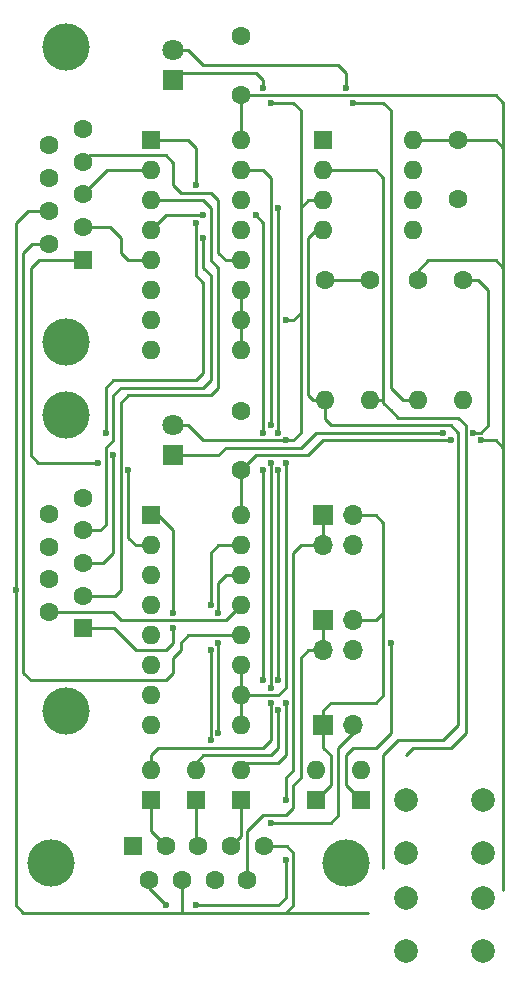
<source format=gtl>
G04 #@! TF.FileFunction,Copper,L1,Top,Signal*
%FSLAX46Y46*%
G04 Gerber Fmt 4.6, Leading zero omitted, Abs format (unit mm)*
G04 Created by KiCad (PCBNEW 4.0.7) date 07/30/19 23:57:16*
%MOMM*%
%LPD*%
G01*
G04 APERTURE LIST*
%ADD10C,0.100000*%
%ADD11R,1.800000X1.800000*%
%ADD12C,1.800000*%
%ADD13R,1.600000X1.600000*%
%ADD14C,1.600000*%
%ADD15C,4.000000*%
%ADD16R,1.700000X1.700000*%
%ADD17O,1.700000X1.700000*%
%ADD18O,1.600000X1.600000*%
%ADD19C,2.000000*%
%ADD20C,0.600000*%
%ADD21C,0.250000*%
G04 APERTURE END LIST*
D10*
D11*
X113665000Y-41275000D03*
D12*
X113665000Y-38735000D03*
D11*
X113665000Y-73025000D03*
D12*
X113665000Y-70485000D03*
D13*
X106000000Y-87700000D03*
D14*
X106000000Y-84930000D03*
X106000000Y-82160000D03*
X106000000Y-79390000D03*
X106000000Y-76620000D03*
X103160000Y-86315000D03*
X103160000Y-83545000D03*
X103160000Y-80775000D03*
X103160000Y-78005000D03*
D15*
X104580000Y-69660000D03*
X104580000Y-94660000D03*
D13*
X106000000Y-56500000D03*
D14*
X106000000Y-53730000D03*
X106000000Y-50960000D03*
X106000000Y-48190000D03*
X106000000Y-45420000D03*
X103160000Y-55115000D03*
X103160000Y-52345000D03*
X103160000Y-49575000D03*
X103160000Y-46805000D03*
D15*
X104580000Y-38460000D03*
X104580000Y-63460000D03*
D13*
X110236000Y-106140000D03*
D14*
X113006000Y-106140000D03*
X115776000Y-106140000D03*
X118546000Y-106140000D03*
X121316000Y-106140000D03*
X111621000Y-108980000D03*
X114391000Y-108980000D03*
X117161000Y-108980000D03*
X119931000Y-108980000D03*
D15*
X103276000Y-107560000D03*
X128276000Y-107560000D03*
D16*
X126365000Y-86995000D03*
D17*
X128905000Y-86995000D03*
X126365000Y-89535000D03*
X128905000Y-89535000D03*
D16*
X126365000Y-78105000D03*
D17*
X128905000Y-78105000D03*
X126365000Y-80645000D03*
X128905000Y-80645000D03*
D16*
X126365000Y-95885000D03*
D17*
X128905000Y-95885000D03*
D14*
X126492000Y-58166000D03*
D18*
X126492000Y-68326000D03*
D14*
X130302000Y-58166000D03*
D18*
X130302000Y-68326000D03*
D14*
X134366000Y-58166000D03*
D18*
X134366000Y-68326000D03*
D14*
X138176000Y-58166000D03*
D18*
X138176000Y-68326000D03*
D19*
X133350000Y-114990000D03*
X133350000Y-110490000D03*
X139850000Y-114990000D03*
X139850000Y-110490000D03*
X133350000Y-106735000D03*
X133350000Y-102235000D03*
X139850000Y-106735000D03*
X139850000Y-102235000D03*
D13*
X111760000Y-46355000D03*
D18*
X119380000Y-64135000D03*
X111760000Y-48895000D03*
X119380000Y-61595000D03*
X111760000Y-51435000D03*
X119380000Y-59055000D03*
X111760000Y-53975000D03*
X119380000Y-56515000D03*
X111760000Y-56515000D03*
X119380000Y-53975000D03*
X111760000Y-59055000D03*
X119380000Y-51435000D03*
X111760000Y-61595000D03*
X119380000Y-48895000D03*
X111760000Y-64135000D03*
X119380000Y-46355000D03*
D13*
X111760000Y-78105000D03*
D18*
X119380000Y-95885000D03*
X111760000Y-80645000D03*
X119380000Y-93345000D03*
X111760000Y-83185000D03*
X119380000Y-90805000D03*
X111760000Y-85725000D03*
X119380000Y-88265000D03*
X111760000Y-88265000D03*
X119380000Y-85725000D03*
X111760000Y-90805000D03*
X119380000Y-83185000D03*
X111760000Y-93345000D03*
X119380000Y-80645000D03*
X111760000Y-95885000D03*
X119380000Y-78105000D03*
D13*
X126365000Y-46355000D03*
D18*
X133985000Y-53975000D03*
X126365000Y-48895000D03*
X133985000Y-51435000D03*
X126365000Y-51435000D03*
X133985000Y-48895000D03*
X126365000Y-53975000D03*
X133985000Y-46355000D03*
D14*
X119380000Y-42545000D03*
X119380000Y-37545000D03*
X119380000Y-74295000D03*
X119380000Y-69295000D03*
X137795000Y-46355000D03*
X137795000Y-51355000D03*
D13*
X119380000Y-102235000D03*
D18*
X119380000Y-99695000D03*
D13*
X115570000Y-102235000D03*
D18*
X115570000Y-99695000D03*
D13*
X111760000Y-102235000D03*
D18*
X111760000Y-99695000D03*
D13*
X129540000Y-102235000D03*
D18*
X129540000Y-99695000D03*
D13*
X125730000Y-102235000D03*
D18*
X125730000Y-99695000D03*
D20*
X123190000Y-61595000D03*
X123190000Y-71755000D03*
X123190000Y-73660000D03*
X121285000Y-41910000D03*
X121920000Y-43180000D03*
X128905000Y-43180000D03*
X128270000Y-41910000D03*
X139065000Y-71120000D03*
X136525000Y-71120000D03*
X113665000Y-86360000D03*
X113665000Y-87630000D03*
X107950000Y-71120000D03*
X108585000Y-73025000D03*
X115570000Y-50165000D03*
X115570000Y-53340000D03*
X116205000Y-54610000D03*
X139700000Y-71755000D03*
X137160000Y-71755000D03*
X100330000Y-84455000D03*
X109855000Y-74295000D03*
X107315000Y-73660000D03*
X121920000Y-104140000D03*
X121920000Y-93980000D03*
X121285000Y-92075000D03*
X116205000Y-52705000D03*
X120650000Y-52705000D03*
X121285000Y-71120000D03*
X121285000Y-74295000D03*
X122555000Y-94615000D03*
X121920000Y-92710000D03*
X121920000Y-73660000D03*
X121920000Y-70485000D03*
X123190000Y-93980000D03*
X122555000Y-92075000D03*
X122555000Y-52070000D03*
X122555000Y-71120000D03*
X122555000Y-74295000D03*
X113030000Y-111125000D03*
X115570000Y-111125000D03*
X123190000Y-107315000D03*
X123190000Y-102235000D03*
X116840000Y-85725000D03*
X116840000Y-89535000D03*
X116840000Y-97155000D03*
X117475000Y-96520000D03*
X117475000Y-86360000D03*
X117475000Y-88900000D03*
X132080000Y-88900000D03*
D21*
X123825000Y-61595000D02*
X124460000Y-60960000D01*
X123190000Y-61595000D02*
X123825000Y-61595000D01*
X123190000Y-71755000D02*
X123825000Y-71755000D01*
X124460000Y-60960000D02*
X124460000Y-70485000D01*
X123825000Y-71755000D02*
X124460000Y-71120000D01*
X124460000Y-71120000D02*
X124460000Y-70485000D01*
X123190000Y-83820000D02*
X123190000Y-73660000D01*
X123190000Y-83820000D02*
X123190000Y-90170000D01*
X122555000Y-93345000D02*
X123190000Y-92710000D01*
X123190000Y-92710000D02*
X123190000Y-90170000D01*
X119380000Y-93345000D02*
X122555000Y-93345000D01*
X113665000Y-70485000D02*
X114935000Y-70485000D01*
X114935000Y-70485000D02*
X116205000Y-71755000D01*
X116205000Y-71755000D02*
X123190000Y-71755000D01*
X124460000Y-52070000D02*
X124460000Y-43815000D01*
X120650000Y-40640000D02*
X114300000Y-40640000D01*
X121285000Y-41275000D02*
X120650000Y-40640000D01*
X121285000Y-41910000D02*
X121285000Y-41275000D01*
X123825000Y-43180000D02*
X121920000Y-43180000D01*
X124460000Y-43815000D02*
X123825000Y-43180000D01*
X114300000Y-40640000D02*
X113665000Y-41275000D01*
X124460000Y-58420000D02*
X124460000Y-60960000D01*
X124460000Y-52070000D02*
X124460000Y-58420000D01*
X126365000Y-51435000D02*
X125095000Y-51435000D01*
X125095000Y-51435000D02*
X124460000Y-52070000D01*
X119380000Y-93345000D02*
X119380000Y-95885000D01*
X119380000Y-90805000D02*
X119380000Y-93345000D01*
X119380000Y-61595000D02*
X119380000Y-64135000D01*
X119380000Y-59055000D02*
X119380000Y-61595000D01*
X121285000Y-40005000D02*
X127635000Y-40005000D01*
X128270000Y-40640000D02*
X128270000Y-41910000D01*
X127635000Y-40005000D02*
X128270000Y-40640000D01*
X134366000Y-68326000D02*
X133096000Y-68326000D01*
X132080000Y-43815000D02*
X131445000Y-43180000D01*
X132080000Y-67310000D02*
X132080000Y-43815000D01*
X133096000Y-68326000D02*
X132080000Y-67310000D01*
X120015000Y-40005000D02*
X121285000Y-40005000D01*
X114935000Y-38735000D02*
X115570000Y-39370000D01*
X115570000Y-39370000D02*
X116205000Y-40005000D01*
X116205000Y-40005000D02*
X120015000Y-40005000D01*
X114935000Y-38735000D02*
X113665000Y-38735000D01*
X128905000Y-43180000D02*
X131445000Y-43180000D01*
X124460000Y-72390000D02*
X125730000Y-71120000D01*
X139700000Y-71120000D02*
X140335000Y-70485000D01*
X139065000Y-71120000D02*
X139700000Y-71120000D01*
X125730000Y-71120000D02*
X136525000Y-71120000D01*
X138176000Y-58166000D02*
X139446000Y-58166000D01*
X117475000Y-73025000D02*
X118110000Y-72390000D01*
X118110000Y-72390000D02*
X120650000Y-72390000D01*
X120650000Y-72390000D02*
X124460000Y-72390000D01*
X140335000Y-70485000D02*
X140335000Y-59055000D01*
X117475000Y-73025000D02*
X113665000Y-73025000D01*
X139446000Y-58166000D02*
X140335000Y-59055000D01*
X106000000Y-87700000D02*
X108655000Y-87700000D01*
X113665000Y-79375000D02*
X112395000Y-78105000D01*
X113665000Y-86360000D02*
X113665000Y-79375000D01*
X113665000Y-88900000D02*
X113665000Y-87630000D01*
X113030000Y-89535000D02*
X113665000Y-88900000D01*
X110490000Y-89535000D02*
X113030000Y-89535000D01*
X108655000Y-87700000D02*
X110490000Y-89535000D01*
X112395000Y-78105000D02*
X111760000Y-78105000D01*
X109220000Y-73025000D02*
X109220000Y-74930000D01*
X116840000Y-52070000D02*
X116205000Y-51435000D01*
X111760000Y-51435000D02*
X116205000Y-51435000D01*
X117475000Y-64135000D02*
X117475000Y-57150000D01*
X109220000Y-73025000D02*
X109220000Y-68580000D01*
X109220000Y-68580000D02*
X109855000Y-67945000D01*
X109855000Y-67945000D02*
X116840000Y-67945000D01*
X116840000Y-67945000D02*
X117475000Y-67310000D01*
X117475000Y-67310000D02*
X117475000Y-64135000D01*
X108745000Y-84930000D02*
X106000000Y-84930000D01*
X109220000Y-84455000D02*
X109220000Y-74930000D01*
X108745000Y-84930000D02*
X109220000Y-84455000D01*
X116840000Y-56515000D02*
X116840000Y-53975000D01*
X117475000Y-57150000D02*
X116840000Y-56515000D01*
X116840000Y-53975000D02*
X116840000Y-52070000D01*
X107950000Y-71120000D02*
X107950000Y-67310000D01*
X106000000Y-82160000D02*
X107705000Y-82160000D01*
X108585000Y-81280000D02*
X108585000Y-73025000D01*
X107705000Y-82160000D02*
X108585000Y-81280000D01*
X114935000Y-46355000D02*
X115570000Y-46990000D01*
X115570000Y-46990000D02*
X115570000Y-50165000D01*
X115570000Y-53340000D02*
X115570000Y-56515000D01*
X115570000Y-56515000D02*
X115570000Y-57785000D01*
X115570000Y-57785000D02*
X116205000Y-58420000D01*
X116205000Y-58420000D02*
X116205000Y-66040000D01*
X116205000Y-66040000D02*
X115570000Y-66675000D01*
X115570000Y-66675000D02*
X108585000Y-66675000D01*
X108585000Y-66675000D02*
X107950000Y-67310000D01*
X114935000Y-46355000D02*
X111760000Y-46355000D01*
X107950000Y-74930000D02*
X107950000Y-72390000D01*
X107950000Y-72390000D02*
X108585000Y-71755000D01*
X108585000Y-71755000D02*
X108585000Y-67945000D01*
X108585000Y-67945000D02*
X109220000Y-67310000D01*
X109220000Y-67310000D02*
X110490000Y-67310000D01*
X116205000Y-67310000D02*
X110490000Y-67310000D01*
X116840000Y-66675000D02*
X116205000Y-67310000D01*
X116840000Y-66040000D02*
X116840000Y-66675000D01*
X116840000Y-57785000D02*
X116840000Y-66040000D01*
X116205000Y-57150000D02*
X116840000Y-57785000D01*
X116205000Y-54610000D02*
X116205000Y-57150000D01*
X107484998Y-79390000D02*
X106000000Y-79390000D01*
X107950000Y-78924998D02*
X107950000Y-74930000D01*
X107484998Y-79390000D02*
X107950000Y-78924998D01*
X103160000Y-86315000D02*
X108540000Y-86315000D01*
X118110000Y-86995000D02*
X119380000Y-85725000D01*
X109220000Y-86995000D02*
X118110000Y-86995000D01*
X108540000Y-86315000D02*
X109220000Y-86995000D01*
X125730000Y-111760000D02*
X130175000Y-111760000D01*
X123825000Y-111125000D02*
X123190000Y-111760000D01*
X121316000Y-106140000D02*
X123285000Y-106140000D01*
X123825000Y-106680000D02*
X123825000Y-111125000D01*
X123285000Y-106140000D02*
X123825000Y-106680000D01*
X114391000Y-108980000D02*
X114391000Y-111760000D01*
X114391000Y-111760000D02*
X114300000Y-111760000D01*
X100330000Y-110490000D02*
X100330000Y-111125000D01*
X100330000Y-110490000D02*
X100330000Y-108585000D01*
X100330000Y-84455000D02*
X100330000Y-108585000D01*
X141605000Y-73660000D02*
X141605000Y-72390000D01*
X141605000Y-73660000D02*
X141605000Y-74930000D01*
X141605000Y-74930000D02*
X141605000Y-109855000D01*
X100965000Y-111760000D02*
X114300000Y-111760000D01*
X114300000Y-111760000D02*
X123190000Y-111760000D01*
X123190000Y-111760000D02*
X123825000Y-111760000D01*
X123825000Y-111760000D02*
X125730000Y-111760000D01*
X100330000Y-111125000D02*
X100965000Y-111760000D01*
X141605000Y-72390000D02*
X140970000Y-71755000D01*
X140970000Y-71755000D02*
X139700000Y-71755000D01*
X137160000Y-71755000D02*
X126365000Y-71755000D01*
X126365000Y-71755000D02*
X125095000Y-73025000D01*
X125095000Y-73025000D02*
X123825000Y-73025000D01*
X120650000Y-73025000D02*
X119380000Y-74295000D01*
X123825000Y-73025000D02*
X120650000Y-73025000D01*
X126492000Y-58166000D02*
X130302000Y-58166000D01*
X100330000Y-84455000D02*
X100330000Y-82550000D01*
X103160000Y-52345000D02*
X101325000Y-52345000D01*
X101325000Y-52345000D02*
X100330000Y-53340000D01*
X100330000Y-53340000D02*
X100330000Y-53975000D01*
X100330000Y-82550000D02*
X100330000Y-53975000D01*
X141605000Y-46990000D02*
X141605000Y-43180000D01*
X137160000Y-42545000D02*
X119380000Y-42545000D01*
X140970000Y-42545000D02*
X137160000Y-42545000D01*
X141605000Y-43180000D02*
X140970000Y-42545000D01*
X141605000Y-57150000D02*
X141605000Y-46990000D01*
X140970000Y-46355000D02*
X137795000Y-46355000D01*
X141605000Y-46990000D02*
X140970000Y-46355000D01*
X134366000Y-58166000D02*
X134366000Y-57404000D01*
X134366000Y-57404000D02*
X135255000Y-56515000D01*
X141605000Y-57150000D02*
X140970000Y-56515000D01*
X140970000Y-56515000D02*
X137160000Y-56515000D01*
X141605000Y-66675000D02*
X141605000Y-72390000D01*
X141605000Y-66675000D02*
X141605000Y-57150000D01*
X135255000Y-56515000D02*
X137160000Y-56515000D01*
X119380000Y-74295000D02*
X119380000Y-78105000D01*
X133985000Y-46355000D02*
X137795000Y-46355000D01*
X119380000Y-42545000D02*
X119380000Y-46355000D01*
X101600000Y-73025000D02*
X102235000Y-73660000D01*
X102235000Y-73660000D02*
X107315000Y-73660000D01*
X109855000Y-74295000D02*
X109855000Y-80010000D01*
X109855000Y-80010000D02*
X110490000Y-80645000D01*
X111760000Y-80645000D02*
X110490000Y-80645000D01*
X102250000Y-56500000D02*
X106000000Y-56500000D01*
X101600000Y-57150000D02*
X101600000Y-60325000D01*
X102250000Y-56500000D02*
X101600000Y-57150000D01*
X101600000Y-60325000D02*
X101600000Y-73025000D01*
X106000000Y-53730000D02*
X108340000Y-53730000D01*
X109855000Y-56515000D02*
X111760000Y-56515000D01*
X109220000Y-55880000D02*
X109855000Y-56515000D01*
X109220000Y-54610000D02*
X109220000Y-55880000D01*
X108340000Y-53730000D02*
X109220000Y-54610000D01*
X111760000Y-48895000D02*
X108065000Y-48895000D01*
X108065000Y-48895000D02*
X106000000Y-50960000D01*
X117475000Y-51435000D02*
X116840000Y-50800000D01*
X113665000Y-48260000D02*
X113030000Y-47625000D01*
X113665000Y-50165000D02*
X113665000Y-48260000D01*
X114300000Y-50800000D02*
X113665000Y-50165000D01*
X116840000Y-50800000D02*
X114300000Y-50800000D01*
X106565000Y-47625000D02*
X109855000Y-47625000D01*
X118110000Y-56515000D02*
X117475000Y-55880000D01*
X117475000Y-55880000D02*
X117475000Y-51435000D01*
X113030000Y-47625000D02*
X109855000Y-47625000D01*
X118110000Y-56515000D02*
X119380000Y-56515000D01*
X106565000Y-47625000D02*
X106000000Y-48190000D01*
X100965000Y-85090000D02*
X100965000Y-82550000D01*
X100965000Y-85090000D02*
X100965000Y-90170000D01*
X100965000Y-90170000D02*
X100965000Y-91440000D01*
X100965000Y-91440000D02*
X101600000Y-92075000D01*
X101600000Y-92075000D02*
X113030000Y-92075000D01*
X103160000Y-55115000D02*
X101730000Y-55115000D01*
X100965000Y-55880000D02*
X100965000Y-61595000D01*
X101730000Y-55115000D02*
X100965000Y-55880000D01*
X100965000Y-61595000D02*
X100965000Y-82550000D01*
X114935000Y-88265000D02*
X114300000Y-88900000D01*
X114300000Y-88900000D02*
X114300000Y-89535000D01*
X114300000Y-89535000D02*
X113665000Y-90170000D01*
X113665000Y-90170000D02*
X113665000Y-91440000D01*
X113665000Y-91440000D02*
X113030000Y-92075000D01*
X114935000Y-88265000D02*
X119380000Y-88265000D01*
X119380000Y-88265000D02*
X118745000Y-88265000D01*
X127000000Y-104140000D02*
X127635000Y-103505000D01*
X121920000Y-104140000D02*
X127000000Y-104140000D01*
X128905000Y-95885000D02*
X128905000Y-96520000D01*
X128905000Y-96520000D02*
X127635000Y-97790000D01*
X127635000Y-97790000D02*
X127635000Y-103505000D01*
X121920000Y-93980000D02*
X121920000Y-97155000D01*
X121285000Y-84455000D02*
X121285000Y-74295000D01*
X111760000Y-53975000D02*
X113030000Y-52705000D01*
X121285000Y-67945000D02*
X121285000Y-62865000D01*
X121285000Y-53340000D02*
X120650000Y-52705000D01*
X121285000Y-60325000D02*
X121285000Y-53340000D01*
X121285000Y-71120000D02*
X121285000Y-67945000D01*
X121285000Y-92075000D02*
X121285000Y-84455000D01*
X116205000Y-52705000D02*
X113030000Y-52705000D01*
X121285000Y-62865000D02*
X121285000Y-60325000D01*
X111760000Y-98425000D02*
X111760000Y-99695000D01*
X112395000Y-97790000D02*
X111760000Y-98425000D01*
X121285000Y-97790000D02*
X112395000Y-97790000D01*
X121920000Y-97155000D02*
X121285000Y-97790000D01*
X121920000Y-98425000D02*
X122555000Y-97790000D01*
X121920000Y-92710000D02*
X121920000Y-83820000D01*
X121920000Y-83820000D02*
X121920000Y-73660000D01*
X121920000Y-60960000D02*
X121920000Y-49530000D01*
X121920000Y-49530000D02*
X121285000Y-48895000D01*
X119380000Y-48895000D02*
X121285000Y-48895000D01*
X121920000Y-70485000D02*
X121920000Y-62230000D01*
X121920000Y-60960000D02*
X121920000Y-62230000D01*
X116205000Y-98425000D02*
X121920000Y-98425000D01*
X116205000Y-98425000D02*
X115570000Y-99060000D01*
X122555000Y-97790000D02*
X122555000Y-94615000D01*
X115570000Y-99695000D02*
X115570000Y-99060000D01*
X119380000Y-99695000D02*
X120015000Y-99060000D01*
X122555000Y-99060000D02*
X123190000Y-98425000D01*
X120015000Y-99060000D02*
X122555000Y-99060000D01*
X123190000Y-98425000D02*
X123190000Y-93980000D01*
X122555000Y-92075000D02*
X122555000Y-84455000D01*
X122555000Y-84455000D02*
X122555000Y-74295000D01*
X122555000Y-60325000D02*
X122555000Y-52070000D01*
X122555000Y-71120000D02*
X122555000Y-62865000D01*
X122555000Y-62865000D02*
X122555000Y-60325000D01*
X111621000Y-108980000D02*
X111621000Y-109716000D01*
X111621000Y-109716000D02*
X113030000Y-111125000D01*
X123825000Y-99695000D02*
X123190000Y-100330000D01*
X123825000Y-85090000D02*
X123825000Y-99060000D01*
X123825000Y-99060000D02*
X123825000Y-99695000D01*
X124460000Y-80645000D02*
X123825000Y-81280000D01*
X123825000Y-81280000D02*
X123825000Y-85090000D01*
X126365000Y-80645000D02*
X124460000Y-80645000D01*
X122555000Y-111125000D02*
X115570000Y-111125000D01*
X123190000Y-110490000D02*
X122555000Y-111125000D01*
X123190000Y-107315000D02*
X123190000Y-110490000D01*
X123190000Y-100330000D02*
X123190000Y-102235000D01*
X126365000Y-80645000D02*
X126365000Y-79375000D01*
X126365000Y-79375000D02*
X126365000Y-78105000D01*
X123825000Y-100965000D02*
X123825000Y-102870000D01*
X123190000Y-103505000D02*
X121285000Y-103505000D01*
X123825000Y-102870000D02*
X123190000Y-103505000D01*
X123825000Y-100965000D02*
X124460000Y-100330000D01*
X119931000Y-104859000D02*
X121285000Y-103505000D01*
X119931000Y-108980000D02*
X119931000Y-104859000D01*
X124460000Y-100330000D02*
X124460000Y-90170000D01*
X126365000Y-89535000D02*
X125095000Y-89535000D01*
X124460000Y-90170000D02*
X125095000Y-89535000D01*
X126365000Y-86995000D02*
X126365000Y-89535000D01*
X117475000Y-80645000D02*
X119380000Y-80645000D01*
X116840000Y-81280000D02*
X117475000Y-80645000D01*
X116840000Y-85725000D02*
X116840000Y-81280000D01*
X116840000Y-97155000D02*
X116840000Y-89535000D01*
X117475000Y-96520000D02*
X117475000Y-88900000D01*
X118110000Y-83185000D02*
X119380000Y-83185000D01*
X117475000Y-83820000D02*
X118110000Y-83185000D01*
X117475000Y-86360000D02*
X117475000Y-83820000D01*
X125095000Y-66675000D02*
X125095000Y-67945000D01*
X125476000Y-68326000D02*
X126492000Y-68326000D01*
X125095000Y-67945000D02*
X125476000Y-68326000D01*
X137795000Y-73025000D02*
X137795000Y-75565000D01*
X126492000Y-69977000D02*
X126492000Y-68326000D01*
X137795000Y-95885000D02*
X137795000Y-80010000D01*
X136525000Y-97155000D02*
X137795000Y-95885000D01*
X132715000Y-97155000D02*
X136525000Y-97155000D01*
X137795000Y-75565000D02*
X137795000Y-80010000D01*
X126492000Y-69977000D02*
X127000000Y-70485000D01*
X127000000Y-70485000D02*
X137160000Y-70485000D01*
X137160000Y-70485000D02*
X137795000Y-71120000D01*
X137795000Y-71120000D02*
X137795000Y-73025000D01*
X125730000Y-53975000D02*
X125095000Y-54610000D01*
X125095000Y-54610000D02*
X125095000Y-66675000D01*
X126365000Y-53975000D02*
X125730000Y-53975000D01*
X131445000Y-98425000D02*
X132715000Y-97155000D01*
X131445000Y-107950000D02*
X131445000Y-98425000D01*
X138430000Y-74930000D02*
X138430000Y-73660000D01*
X138430000Y-96520000D02*
X138430000Y-93980000D01*
X137160000Y-97790000D02*
X138430000Y-96520000D01*
X133985000Y-97790000D02*
X137160000Y-97790000D01*
X133350000Y-98425000D02*
X133985000Y-97790000D01*
X138430000Y-74930000D02*
X138430000Y-93980000D01*
X130302000Y-68326000D02*
X131445000Y-68326000D01*
X131445000Y-68326000D02*
X131445000Y-67945000D01*
X130810000Y-48895000D02*
X131445000Y-49530000D01*
X131445000Y-49530000D02*
X131445000Y-67945000D01*
X131445000Y-67945000D02*
X131445000Y-68580000D01*
X132715000Y-69850000D02*
X137795000Y-69850000D01*
X137795000Y-69850000D02*
X138430000Y-70485000D01*
X138430000Y-70485000D02*
X138430000Y-71120000D01*
X138430000Y-73660000D02*
X138430000Y-71120000D01*
X132715000Y-69850000D02*
X132080000Y-69215000D01*
X130810000Y-48895000D02*
X126365000Y-48895000D01*
X131445000Y-68580000D02*
X132080000Y-69215000D01*
X119380000Y-102235000D02*
X119380000Y-105306000D01*
X119380000Y-105306000D02*
X118546000Y-106140000D01*
X115570000Y-102235000D02*
X115570000Y-105934000D01*
X115570000Y-105934000D02*
X115776000Y-106140000D01*
X111760000Y-102235000D02*
X111760000Y-104894000D01*
X111760000Y-104894000D02*
X113006000Y-106140000D01*
X128270000Y-98425000D02*
X128905000Y-97790000D01*
X128270000Y-100965000D02*
X128270000Y-98425000D01*
X129540000Y-102235000D02*
X128270000Y-100965000D01*
X132080000Y-96520000D02*
X132080000Y-88900000D01*
X130810000Y-97790000D02*
X132080000Y-96520000D01*
X128905000Y-97790000D02*
X130810000Y-97790000D01*
X128905000Y-78105000D02*
X130810000Y-78105000D01*
X130810000Y-78105000D02*
X131445000Y-78740000D01*
X127000000Y-98425000D02*
X127000000Y-100965000D01*
X126365000Y-95885000D02*
X126365000Y-97790000D01*
X127000000Y-100965000D02*
X125730000Y-102235000D01*
X126365000Y-97790000D02*
X127000000Y-98425000D01*
X126365000Y-95885000D02*
X126365000Y-94615000D01*
X131445000Y-93345000D02*
X131445000Y-86360000D01*
X130810000Y-93980000D02*
X131445000Y-93345000D01*
X127000000Y-93980000D02*
X130810000Y-93980000D01*
X126365000Y-94615000D02*
X127000000Y-93980000D01*
X130810000Y-86995000D02*
X128905000Y-86995000D01*
X131445000Y-86360000D02*
X130810000Y-86995000D01*
X131445000Y-78740000D02*
X131445000Y-86360000D01*
M02*

</source>
